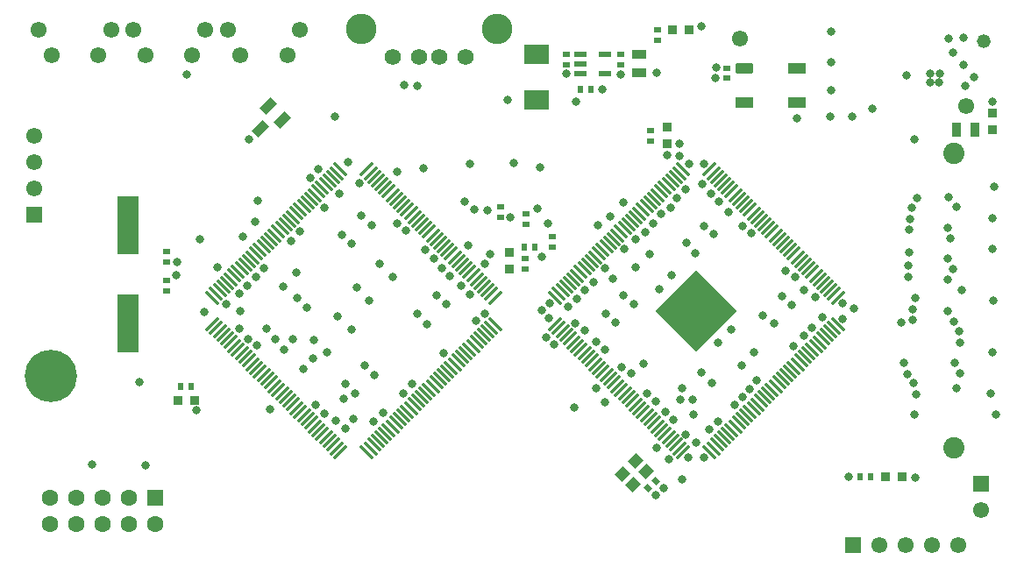
<source format=gts>
G04*
G04 #@! TF.GenerationSoftware,Altium Limited,Altium Designer,19.1.8 (144)*
G04*
G04 Layer_Color=8388736*
%FSLAX44Y44*%
%MOMM*%
G71*
G01*
G75*
%ADD22R,1.3112X0.5508*%
G04:AMPARAMS|DCode=33|XSize=0.3508mm|YSize=1.8508mm|CornerRadius=0mm|HoleSize=0mm|Usage=FLASHONLY|Rotation=45.000|XOffset=0mm|YOffset=0mm|HoleType=Round|Shape=Round|*
%AMOVALD33*
21,1,1.5000,0.3508,0.0000,0.0000,135.0*
1,1,0.3508,0.5303,-0.5303*
1,1,0.3508,-0.5303,0.5303*
%
%ADD33OVALD33*%

G04:AMPARAMS|DCode=34|XSize=0.3508mm|YSize=1.8508mm|CornerRadius=0mm|HoleSize=0mm|Usage=FLASHONLY|Rotation=135.000|XOffset=0mm|YOffset=0mm|HoleType=Round|Shape=Round|*
%AMOVALD34*
21,1,1.5000,0.3508,0.0000,0.0000,225.0*
1,1,0.3508,0.5303,0.5303*
1,1,0.3508,-0.5303,-0.5303*
%
%ADD34OVALD34*%

%ADD35P,7.8500X4X90.0*%
%ADD36R,1.7508X1.0508*%
%ADD37R,1.7508X1.0508*%
G04:AMPARAMS|DCode=38|XSize=1.7508mm|YSize=1.0508mm|CornerRadius=0.2754mm|HoleSize=0mm|Usage=FLASHONLY|Rotation=0.000|XOffset=0mm|YOffset=0mm|HoleType=Round|Shape=RoundedRectangle|*
%AMROUNDEDRECTD38*
21,1,1.7508,0.5000,0,0,0.0*
21,1,1.2000,1.0508,0,0,0.0*
1,1,0.5508,0.6000,-0.2500*
1,1,0.5508,-0.6000,-0.2500*
1,1,0.5508,-0.6000,0.2500*
1,1,0.5508,0.6000,0.2500*
%
%ADD38ROUNDEDRECTD38*%
%ADD39R,0.6508X0.5508*%
%ADD40R,0.5508X0.6508*%
G04:AMPARAMS|DCode=41|XSize=0.9508mm|YSize=1.4508mm|CornerRadius=0mm|HoleSize=0mm|Usage=FLASHONLY|Rotation=135.000|XOffset=0mm|YOffset=0mm|HoleType=Round|Shape=Rectangle|*
%AMROTATEDRECTD41*
4,1,4,0.8491,0.1768,-0.1768,-0.8491,-0.8491,-0.1768,0.1768,0.8491,0.8491,0.1768,0.0*
%
%ADD41ROTATEDRECTD41*%

G04:AMPARAMS|DCode=42|XSize=1.1008mm|YSize=1.0008mm|CornerRadius=0mm|HoleSize=0mm|Usage=FLASHONLY|Rotation=45.000|XOffset=0mm|YOffset=0mm|HoleType=Round|Shape=Rectangle|*
%AMROTATEDRECTD42*
4,1,4,-0.0354,-0.7430,-0.7430,-0.0354,0.0354,0.7430,0.7430,0.0354,-0.0354,-0.7430,0.0*
%
%ADD42ROTATEDRECTD42*%

%ADD43R,2.1508X5.6508*%
%ADD44R,0.8508X0.8508*%
G04:AMPARAMS|DCode=45|XSize=0.5508mm|YSize=0.6508mm|CornerRadius=0mm|HoleSize=0mm|Usage=FLASHONLY|Rotation=45.000|XOffset=0mm|YOffset=0mm|HoleType=Round|Shape=Rectangle|*
%AMROTATEDRECTD45*
4,1,4,0.0354,-0.4248,-0.4248,0.0354,-0.0354,0.4248,0.4248,-0.0354,0.0354,-0.4248,0.0*
%
%ADD45ROTATEDRECTD45*%

%ADD46R,2.4638X1.9304*%
%ADD47R,1.4508X0.9008*%
%ADD48R,0.8508X0.8508*%
%ADD49R,0.9008X1.4508*%
%ADD50R,1.5508X1.5508*%
%ADD51C,1.5508*%
%ADD52R,1.5508X1.5508*%
%ADD53R,1.6008X1.6008*%
%ADD54C,1.6008*%
%ADD55C,2.9508*%
%ADD56C,1.5708*%
%ADD57C,2.0508*%
%ADD58C,5.0508*%
%ADD59C,0.8128*%
%ADD60C,1.3208*%
D22*
X549500Y499000D02*
D03*
Y489500D02*
D03*
Y480000D02*
D03*
X573500D02*
D03*
Y499000D02*
D03*
D33*
X193998Y264008D02*
D03*
X197533Y267544D02*
D03*
X201069Y271079D02*
D03*
X204605Y274615D02*
D03*
X208140Y278150D02*
D03*
X211676Y281686D02*
D03*
X215211Y285222D02*
D03*
X218747Y288757D02*
D03*
X222282Y292293D02*
D03*
X225818Y295828D02*
D03*
X229353Y299364D02*
D03*
X232889Y302899D02*
D03*
X236424Y306435D02*
D03*
X239960Y309970D02*
D03*
X243496Y313506D02*
D03*
X247031Y317041D02*
D03*
X250567Y320577D02*
D03*
X254102Y324112D02*
D03*
X257638Y327648D02*
D03*
X261173Y331183D02*
D03*
X264709Y334719D02*
D03*
X268244Y338255D02*
D03*
X271780Y341790D02*
D03*
X275315Y345326D02*
D03*
X278851Y348861D02*
D03*
X282386Y352397D02*
D03*
X285922Y355932D02*
D03*
X289457Y359468D02*
D03*
X292993Y363003D02*
D03*
X296528Y366539D02*
D03*
X300064Y370074D02*
D03*
X303600Y373610D02*
D03*
X307135Y377145D02*
D03*
X310671Y380681D02*
D03*
X314206Y384216D02*
D03*
X317742Y387752D02*
D03*
X466941Y238552D02*
D03*
X463406Y235017D02*
D03*
X459870Y231481D02*
D03*
X456335Y227946D02*
D03*
X452799Y224410D02*
D03*
X449264Y220875D02*
D03*
X445728Y217339D02*
D03*
X442192Y213804D02*
D03*
X438657Y210268D02*
D03*
X435121Y206733D02*
D03*
X431586Y203197D02*
D03*
X428050Y199662D02*
D03*
X424515Y196126D02*
D03*
X420979Y192591D02*
D03*
X417444Y189055D02*
D03*
X413908Y185519D02*
D03*
X410373Y181984D02*
D03*
X406837Y178448D02*
D03*
X403302Y174913D02*
D03*
X399766Y171377D02*
D03*
X396231Y167842D02*
D03*
X392695Y164306D02*
D03*
X389160Y160771D02*
D03*
X385624Y157235D02*
D03*
X382088Y153700D02*
D03*
X378553Y150164D02*
D03*
X375017Y146629D02*
D03*
X371482Y143093D02*
D03*
X367946Y139558D02*
D03*
X364411Y136022D02*
D03*
X360875Y132486D02*
D03*
X357340Y128951D02*
D03*
X353804Y125415D02*
D03*
X350269Y121880D02*
D03*
X346733Y118344D02*
D03*
X343198Y114809D02*
D03*
X674228Y114778D02*
D03*
X677764Y118314D02*
D03*
X681299Y121849D02*
D03*
X684835Y125385D02*
D03*
X688370Y128921D02*
D03*
X691906Y132456D02*
D03*
X695441Y135992D02*
D03*
X698977Y139527D02*
D03*
X702512Y143063D02*
D03*
X706048Y146598D02*
D03*
X709583Y150134D02*
D03*
X713119Y153669D02*
D03*
X716654Y157205D02*
D03*
X720190Y160740D02*
D03*
X723725Y164276D02*
D03*
X727261Y167811D02*
D03*
X730797Y171347D02*
D03*
X734332Y174883D02*
D03*
X737868Y178418D02*
D03*
X741403Y181954D02*
D03*
X744939Y185489D02*
D03*
X748474Y189025D02*
D03*
X752010Y192560D02*
D03*
X755545Y196096D02*
D03*
X759081Y199631D02*
D03*
X762616Y203167D02*
D03*
X766152Y206702D02*
D03*
X769687Y210238D02*
D03*
X773223Y213773D02*
D03*
X776758Y217309D02*
D03*
X780294Y220844D02*
D03*
X783829Y224380D02*
D03*
X787365Y227915D02*
D03*
X790900Y231451D02*
D03*
X794436Y234987D02*
D03*
X797972Y238522D02*
D03*
X648772Y387722D02*
D03*
X645237Y384186D02*
D03*
X641701Y380651D02*
D03*
X638166Y377115D02*
D03*
X634630Y373579D02*
D03*
X631094Y370044D02*
D03*
X627559Y366508D02*
D03*
X624023Y362973D02*
D03*
X620488Y359437D02*
D03*
X616952Y355902D02*
D03*
X613417Y352366D02*
D03*
X609881Y348831D02*
D03*
X606346Y345295D02*
D03*
X602810Y341760D02*
D03*
X599275Y338224D02*
D03*
X595739Y334689D02*
D03*
X592203Y331153D02*
D03*
X588668Y327618D02*
D03*
X585132Y324082D02*
D03*
X581597Y320546D02*
D03*
X578061Y317011D02*
D03*
X574526Y313475D02*
D03*
X570990Y309940D02*
D03*
X567455Y306404D02*
D03*
X563919Y302869D02*
D03*
X560384Y299333D02*
D03*
X556848Y295798D02*
D03*
X553313Y292262D02*
D03*
X549777Y288727D02*
D03*
X546242Y285191D02*
D03*
X542706Y281656D02*
D03*
X539170Y278120D02*
D03*
X535635Y274585D02*
D03*
X532099Y271049D02*
D03*
X528564Y267514D02*
D03*
X525028Y263978D02*
D03*
D34*
X343198Y387752D02*
D03*
X346733Y384216D02*
D03*
X350269Y380681D02*
D03*
X353804Y377145D02*
D03*
X357340Y373610D02*
D03*
X360875Y370074D02*
D03*
X364411Y366539D02*
D03*
X367946Y363003D02*
D03*
X371482Y359468D02*
D03*
X375017Y355932D02*
D03*
X378553Y352397D02*
D03*
X382088Y348861D02*
D03*
X385624Y345326D02*
D03*
X389160Y341790D02*
D03*
X392695Y338255D02*
D03*
X396231Y334719D02*
D03*
X399766Y331183D02*
D03*
X403302Y327648D02*
D03*
X406837Y324112D02*
D03*
X410373Y320577D02*
D03*
X413908Y317041D02*
D03*
X417444Y313506D02*
D03*
X420979Y309970D02*
D03*
X424515Y306435D02*
D03*
X428050Y302899D02*
D03*
X431586Y299364D02*
D03*
X435121Y295828D02*
D03*
X438657Y292293D02*
D03*
X442192Y288757D02*
D03*
X445728Y285222D02*
D03*
X449264Y281686D02*
D03*
X452799Y278150D02*
D03*
X456335Y274615D02*
D03*
X459870Y271079D02*
D03*
X463406Y267544D02*
D03*
X466941Y264008D02*
D03*
X317742Y114809D02*
D03*
X314206Y118344D02*
D03*
X310671Y121880D02*
D03*
X307135Y125415D02*
D03*
X303600Y128951D02*
D03*
X300064Y132486D02*
D03*
X296528Y136022D02*
D03*
X292993Y139558D02*
D03*
X289457Y143093D02*
D03*
X285922Y146629D02*
D03*
X282386Y150164D02*
D03*
X278851Y153700D02*
D03*
X275315Y157235D02*
D03*
X271780Y160771D02*
D03*
X268244Y164306D02*
D03*
X264709Y167842D02*
D03*
X261173Y171377D02*
D03*
X257638Y174913D02*
D03*
X254102Y178448D02*
D03*
X250567Y181984D02*
D03*
X247031Y185519D02*
D03*
X243496Y189055D02*
D03*
X239960Y192591D02*
D03*
X236424Y196126D02*
D03*
X232889Y199662D02*
D03*
X229353Y203197D02*
D03*
X225818Y206733D02*
D03*
X222282Y210268D02*
D03*
X218747Y213804D02*
D03*
X215211Y217339D02*
D03*
X211676Y220875D02*
D03*
X208140Y224410D02*
D03*
X204605Y227946D02*
D03*
X201069Y231481D02*
D03*
X197533Y235017D02*
D03*
X193998Y238552D02*
D03*
X525028Y238522D02*
D03*
X528564Y234987D02*
D03*
X532099Y231451D02*
D03*
X535635Y227915D02*
D03*
X539170Y224380D02*
D03*
X542706Y220844D02*
D03*
X546242Y217309D02*
D03*
X549777Y213773D02*
D03*
X553313Y210238D02*
D03*
X556848Y206702D02*
D03*
X560384Y203167D02*
D03*
X563919Y199631D02*
D03*
X567455Y196096D02*
D03*
X570990Y192560D02*
D03*
X574526Y189025D02*
D03*
X578061Y185489D02*
D03*
X581597Y181954D02*
D03*
X585132Y178418D02*
D03*
X588668Y174883D02*
D03*
X592203Y171347D02*
D03*
X595739Y167812D02*
D03*
X599275Y164276D02*
D03*
X602810Y160740D02*
D03*
X606346Y157205D02*
D03*
X609881Y153669D02*
D03*
X613417Y150134D02*
D03*
X616952Y146598D02*
D03*
X620488Y143063D02*
D03*
X624023Y139527D02*
D03*
X627559Y135992D02*
D03*
X631094Y132456D02*
D03*
X634630Y128921D02*
D03*
X638166Y125385D02*
D03*
X641701Y121849D02*
D03*
X645237Y118314D02*
D03*
X648772Y114778D02*
D03*
X797972Y263978D02*
D03*
X794436Y267514D02*
D03*
X790900Y271049D02*
D03*
X787365Y274585D02*
D03*
X783829Y278120D02*
D03*
X780294Y281656D02*
D03*
X776758Y285191D02*
D03*
X773223Y288727D02*
D03*
X769687Y292262D02*
D03*
X766152Y295798D02*
D03*
X762616Y299333D02*
D03*
X759081Y302869D02*
D03*
X755545Y306404D02*
D03*
X752010Y309940D02*
D03*
X748474Y313475D02*
D03*
X744939Y317011D02*
D03*
X741403Y320546D02*
D03*
X737868Y324082D02*
D03*
X734332Y327618D02*
D03*
X730797Y331153D02*
D03*
X727261Y334689D02*
D03*
X723725Y338224D02*
D03*
X720190Y341760D02*
D03*
X716654Y345295D02*
D03*
X713119Y348831D02*
D03*
X709583Y352366D02*
D03*
X706048Y355902D02*
D03*
X702512Y359437D02*
D03*
X698977Y362973D02*
D03*
X695441Y366508D02*
D03*
X691906Y370044D02*
D03*
X688370Y373579D02*
D03*
X684835Y377115D02*
D03*
X681299Y380651D02*
D03*
X677764Y384186D02*
D03*
X674228Y387722D02*
D03*
D35*
X661500Y251250D02*
D03*
D36*
X758300Y452730D02*
D03*
X707500D02*
D03*
D37*
X758300Y485750D02*
D03*
D38*
X707500D02*
D03*
D39*
X691000Y485750D02*
D03*
Y475750D02*
D03*
X535500Y499000D02*
D03*
Y489000D02*
D03*
X588668Y499000D02*
D03*
Y489000D02*
D03*
X149537Y280479D02*
D03*
Y270479D02*
D03*
X150068Y298233D02*
D03*
Y308233D02*
D03*
X522000Y312750D02*
D03*
Y322750D02*
D03*
X496000Y301500D02*
D03*
Y291500D02*
D03*
X497000Y344500D02*
D03*
Y334500D02*
D03*
X472500Y351500D02*
D03*
Y341500D02*
D03*
X617250Y415250D02*
D03*
Y425250D02*
D03*
X624250Y512750D02*
D03*
Y522750D02*
D03*
D40*
X559500Y465000D02*
D03*
X549500D02*
D03*
X495500Y313000D02*
D03*
X505500D02*
D03*
X173500Y178000D02*
D03*
X163500D02*
D03*
X819500Y90500D02*
D03*
X829500D02*
D03*
D41*
X240015Y427308D02*
D03*
X248146Y448874D02*
D03*
X261581Y435439D02*
D03*
D42*
X613003Y96247D02*
D03*
X602750Y106500D02*
D03*
X599922Y83166D02*
D03*
X589669Y93419D02*
D03*
D43*
X112237Y239116D02*
D03*
Y334116D02*
D03*
D44*
X481250Y291750D02*
D03*
Y307750D02*
D03*
X633000Y412500D02*
D03*
Y428500D02*
D03*
X947250Y442250D02*
D03*
Y426250D02*
D03*
D45*
X614964Y79714D02*
D03*
X622035Y86785D02*
D03*
D46*
X507249Y499353D02*
D03*
Y454649D02*
D03*
D47*
X606500Y481250D02*
D03*
Y498750D02*
D03*
D48*
X176750Y164750D02*
D03*
X160750D02*
D03*
X860250Y90500D02*
D03*
X844250D02*
D03*
X654000Y522750D02*
D03*
X638000D02*
D03*
D49*
X930250Y426250D02*
D03*
X912750D02*
D03*
D50*
X812850Y24500D02*
D03*
D51*
X838250D02*
D03*
X863650D02*
D03*
X889050D02*
D03*
X914450D02*
D03*
X22000Y420400D02*
D03*
Y395000D02*
D03*
Y369600D02*
D03*
X96500Y522750D02*
D03*
X84000Y497750D02*
D03*
X39000D02*
D03*
X26500Y522750D02*
D03*
X187250D02*
D03*
X174750Y497750D02*
D03*
X129750D02*
D03*
X117250Y522750D02*
D03*
X278750D02*
D03*
X266250Y497750D02*
D03*
X221250D02*
D03*
X208750Y522750D02*
D03*
X936750Y58850D02*
D03*
X703500Y514000D02*
D03*
X922000Y448750D02*
D03*
D52*
X22000Y344200D02*
D03*
X936750Y84250D02*
D03*
D53*
X139050Y70500D02*
D03*
D54*
X113650D02*
D03*
X88250D02*
D03*
X62850D02*
D03*
X37450D02*
D03*
X139050Y45100D02*
D03*
X113650D02*
D03*
X88250D02*
D03*
X62850D02*
D03*
X37450D02*
D03*
D55*
X469200Y523850D02*
D03*
X337800D02*
D03*
D56*
X438500Y496750D02*
D03*
X413500D02*
D03*
X393500D02*
D03*
X368500D02*
D03*
D57*
X910250Y118500D02*
D03*
Y403500D02*
D03*
D58*
X37750Y188500D02*
D03*
D59*
X630387Y251250D02*
D03*
X638165Y259028D02*
D03*
X645944Y266806D02*
D03*
X653722Y274585D02*
D03*
X661500Y282363D02*
D03*
X638165Y243472D02*
D03*
X645944Y251250D02*
D03*
X653722Y259028D02*
D03*
X661500Y266806D02*
D03*
X669278Y274585D02*
D03*
X645944Y235694D02*
D03*
X653722Y243472D02*
D03*
X661500Y251250D02*
D03*
X669278Y259028D02*
D03*
X677056Y266806D02*
D03*
X653722Y227915D02*
D03*
X661500Y235694D02*
D03*
X669278Y243472D02*
D03*
X677056Y251250D02*
D03*
X684835Y259028D02*
D03*
X661500Y220137D02*
D03*
X669278Y227915D02*
D03*
X677056Y235694D02*
D03*
X684835Y243472D02*
D03*
X692613Y251250D02*
D03*
X630000Y80000D02*
D03*
X621929Y72750D02*
D03*
X765291Y271209D02*
D03*
X680381Y486608D02*
D03*
X791000Y439000D02*
D03*
X811750Y439250D02*
D03*
X791500Y464250D02*
D03*
X791250Y491500D02*
D03*
Y520750D02*
D03*
X831500Y446750D02*
D03*
X905250Y514250D02*
D03*
X909000Y500500D02*
D03*
X919000Y488500D02*
D03*
X919500Y514750D02*
D03*
X887500Y471500D02*
D03*
X896000D02*
D03*
X887250Y480000D02*
D03*
X896250D02*
D03*
X871750Y417000D02*
D03*
X864501Y478251D02*
D03*
X921248Y468248D02*
D03*
X929750Y476714D02*
D03*
X562250Y279250D02*
D03*
X553362Y271000D02*
D03*
X680000Y475750D02*
D03*
X758300Y436800D02*
D03*
X221000Y250500D02*
D03*
X235500Y337500D02*
D03*
X379250Y469000D02*
D03*
X392250Y468750D02*
D03*
X159750Y298000D02*
D03*
X910892Y200594D02*
D03*
X916250Y190500D02*
D03*
X229231Y417231D02*
D03*
X199250Y293250D02*
D03*
X129500Y101500D02*
D03*
X78000Y102500D02*
D03*
X510500Y389750D02*
D03*
X485000Y393750D02*
D03*
X169000Y479750D02*
D03*
X437500Y356750D02*
D03*
X462371Y306099D02*
D03*
X335750Y374500D02*
D03*
X610750Y199750D02*
D03*
X598377Y190593D02*
D03*
X573250Y163000D02*
D03*
X565000Y176500D02*
D03*
X589000Y196428D02*
D03*
X591250Y356000D02*
D03*
X316750Y364250D02*
D03*
X302613Y351101D02*
D03*
X447250Y349000D02*
D03*
X578500Y342500D02*
D03*
X508250Y349750D02*
D03*
X459750Y348500D02*
D03*
X481750Y341750D02*
D03*
X517750Y336000D02*
D03*
X611750Y327000D02*
D03*
X566250Y333750D02*
D03*
X440750Y314250D02*
D03*
X442620Y266597D02*
D03*
X387250Y180250D02*
D03*
X320500Y166250D02*
D03*
X294112Y160183D02*
D03*
X270250Y318750D02*
D03*
X330000Y146500D02*
D03*
X186000Y250179D02*
D03*
X380719Y328882D02*
D03*
X372500Y335750D02*
D03*
X407868Y302099D02*
D03*
X399250Y310250D02*
D03*
X434119Y275347D02*
D03*
X359000Y152750D02*
D03*
X313000Y145250D02*
D03*
X322250Y137750D02*
D03*
X301863Y152091D02*
D03*
X237250Y217750D02*
D03*
X220250Y234250D02*
D03*
X255000Y224000D02*
D03*
X276250Y263500D02*
D03*
X285500Y254558D02*
D03*
X275500Y288500D02*
D03*
X262750Y274750D02*
D03*
X235860Y284348D02*
D03*
X244000Y292500D02*
D03*
X228609Y223666D02*
D03*
X207077Y258000D02*
D03*
X227609Y275847D02*
D03*
X349750Y144000D02*
D03*
X378750Y171180D02*
D03*
X417462Y210250D02*
D03*
X456744Y248750D02*
D03*
X423500Y285000D02*
D03*
X456750Y296243D02*
D03*
X324990Y395000D02*
D03*
X278499Y328000D02*
D03*
X220000Y268250D02*
D03*
X867250Y308000D02*
D03*
X913000Y176750D02*
D03*
X872250Y151000D02*
D03*
X873891Y170842D02*
D03*
X871552Y181668D02*
D03*
X864890Y190093D02*
D03*
X915301Y231168D02*
D03*
X910142Y241096D02*
D03*
X904392Y250846D02*
D03*
X872750Y263750D02*
D03*
X870390Y242096D02*
D03*
Y252846D02*
D03*
X904346Y281317D02*
D03*
X917643Y270847D02*
D03*
X865890Y284098D02*
D03*
X866000Y295000D02*
D03*
X570250Y465000D02*
D03*
X535500Y480000D02*
D03*
X588668Y479418D02*
D03*
X623250Y481250D02*
D03*
X479101Y454649D02*
D03*
X947250Y211000D02*
D03*
X948250Y261000D02*
D03*
X947000Y311000D02*
D03*
X947500Y341000D02*
D03*
X948750Y371000D02*
D03*
X950750Y151000D02*
D03*
X904392Y331600D02*
D03*
X520000Y258950D02*
D03*
X564500Y221425D02*
D03*
X613500Y171430D02*
D03*
X635000Y108077D02*
D03*
X653750Y109801D02*
D03*
X669000Y109551D02*
D03*
X673720Y136500D02*
D03*
X706250Y167609D02*
D03*
X712501Y175500D02*
D03*
X755500Y217354D02*
D03*
X802950Y243500D02*
D03*
X803000Y258950D02*
D03*
X667500Y373923D02*
D03*
X654250Y393200D02*
D03*
X516500Y225750D02*
D03*
X524374Y218345D02*
D03*
X519250Y243750D02*
D03*
X537750Y254750D02*
D03*
X546250Y263000D02*
D03*
X553375Y232095D02*
D03*
X544750Y239000D02*
D03*
X591500Y310750D02*
D03*
X602500Y320750D02*
D03*
X573376Y292598D02*
D03*
X627250Y344750D02*
D03*
X636500Y350750D02*
D03*
X642368Y359969D02*
D03*
X668500Y393250D02*
D03*
X675631Y364602D02*
D03*
X714500Y326000D02*
D03*
X706133Y333100D02*
D03*
X756971Y283630D02*
D03*
X747635Y289598D02*
D03*
X772960Y235250D02*
D03*
X765385Y227595D02*
D03*
X783250Y245000D02*
D03*
X719750Y183750D02*
D03*
X682500Y144000D02*
D03*
X622250Y163429D02*
D03*
X647679Y88000D02*
D03*
X668750Y333442D02*
D03*
X652058Y316750D02*
D03*
X660750Y307058D02*
D03*
X616000Y306124D02*
D03*
X583500Y239558D02*
D03*
X645129Y400854D02*
D03*
X651130Y368352D02*
D03*
X512138Y251725D02*
D03*
X573500Y214000D02*
D03*
X623378Y118590D02*
D03*
X813500Y253500D02*
D03*
X543500Y157500D02*
D03*
X945500Y171250D02*
D03*
X916000Y220500D02*
D03*
X909250Y291500D02*
D03*
X904892Y361102D02*
D03*
X912500Y351750D02*
D03*
X683381Y356851D02*
D03*
X906642Y320850D02*
D03*
X904346Y301683D02*
D03*
X874750Y360500D02*
D03*
X869140Y350851D02*
D03*
X868140Y340101D02*
D03*
X867250Y329250D02*
D03*
X512000Y303500D02*
D03*
X947250Y453250D02*
D03*
X666500Y526500D02*
D03*
X808250Y90750D02*
D03*
X872750Y90250D02*
D03*
X644750Y412500D02*
D03*
X178750Y155000D02*
D03*
X545250Y453500D02*
D03*
X442750Y392750D02*
D03*
X372250Y385500D02*
D03*
X398134Y388750D02*
D03*
X159250Y286000D02*
D03*
X288250Y380000D02*
D03*
X296500Y387780D02*
D03*
X238250Y357250D02*
D03*
X223500Y322750D02*
D03*
X312250Y439250D02*
D03*
X123500Y182000D02*
D03*
X639129Y146091D02*
D03*
X651442Y131590D02*
D03*
X659000Y151000D02*
D03*
X646241Y165500D02*
D03*
X698179Y160000D02*
D03*
X633500Y401500D02*
D03*
X776386Y264097D02*
D03*
X725750Y247000D02*
D03*
X736500Y238750D02*
D03*
X753750Y257250D02*
D03*
X743750Y265000D02*
D03*
X692750Y347000D02*
D03*
X678500Y325500D02*
D03*
X619750Y336000D02*
D03*
X637750Y285250D02*
D03*
X625250Y271750D02*
D03*
X602750Y293000D02*
D03*
X448723Y241684D02*
D03*
X415618Y292348D02*
D03*
X419500Y257500D02*
D03*
X410500Y266000D02*
D03*
X401500Y238500D02*
D03*
X392250Y248750D02*
D03*
X368500Y283750D02*
D03*
X355750Y296500D02*
D03*
X345250Y261000D02*
D03*
X333250Y274000D02*
D03*
X338000Y343250D02*
D03*
X348250Y334250D02*
D03*
X319500Y325000D02*
D03*
X328750Y315750D02*
D03*
X315000Y246000D02*
D03*
X328250Y233500D02*
D03*
X304500Y211000D02*
D03*
X292250Y223250D02*
D03*
X246500Y234000D02*
D03*
X271750Y223500D02*
D03*
X263000Y213500D02*
D03*
X291500Y205500D02*
D03*
X281500Y195250D02*
D03*
X340750Y198250D02*
D03*
X350500Y189000D02*
D03*
X322250Y180750D02*
D03*
X332000Y171250D02*
D03*
X182000Y320750D02*
D03*
X631379Y153841D02*
D03*
X647630Y176343D02*
D03*
X657380Y165342D02*
D03*
X676750Y181250D02*
D03*
X666250Y191500D02*
D03*
X591250Y266000D02*
D03*
X601250Y257500D02*
D03*
X573750Y248000D02*
D03*
X705500Y198750D02*
D03*
X717250Y211500D02*
D03*
X695250Y232750D02*
D03*
X682750Y220750D02*
D03*
X661380Y123590D02*
D03*
X250000Y156250D02*
D03*
X861500Y201000D02*
D03*
X859723Y240335D02*
D03*
X581000Y282250D02*
D03*
D60*
X938500Y511500D02*
D03*
M02*

</source>
